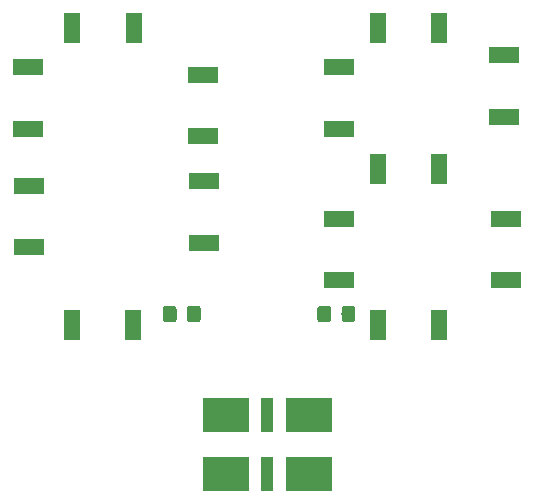
<source format=gbr>
G04 #@! TF.GenerationSoftware,KiCad,Pcbnew,5.1.4+dfsg1-1*
G04 #@! TF.CreationDate,2019-11-21T16:22:44-08:00*
G04 #@! TF.ProjectId,deutsche-bahn-sao,64657574-7363-4686-952d-6261686e2d73,rev?*
G04 #@! TF.SameCoordinates,PX70a3730PY3bf3e68*
G04 #@! TF.FileFunction,Paste,Bot*
G04 #@! TF.FilePolarity,Positive*
%FSLAX46Y46*%
G04 Gerber Fmt 4.6, Leading zero omitted, Abs format (unit mm)*
G04 Created by KiCad (PCBNEW 5.1.4+dfsg1-1) date 2019-11-21 16:22:44*
%MOMM*%
%LPD*%
G04 APERTURE LIST*
%ADD10C,0.100000*%
%ADD11C,1.150000*%
%ADD12R,1.400000X2.600000*%
%ADD13R,2.600000X1.400000*%
%ADD14R,4.000000X3.000000*%
%ADD15R,1.000000X3.000000*%
G04 APERTURE END LIST*
D10*
G36*
X38186505Y-34607204D02*
G01*
X38210773Y-34610804D01*
X38234572Y-34616765D01*
X38257671Y-34625030D01*
X38279850Y-34635520D01*
X38300893Y-34648132D01*
X38320599Y-34662747D01*
X38338777Y-34679223D01*
X38355253Y-34697401D01*
X38369868Y-34717107D01*
X38382480Y-34738150D01*
X38392970Y-34760329D01*
X38401235Y-34783428D01*
X38407196Y-34807227D01*
X38410796Y-34831495D01*
X38412000Y-34855999D01*
X38412000Y-35756001D01*
X38410796Y-35780505D01*
X38407196Y-35804773D01*
X38401235Y-35828572D01*
X38392970Y-35851671D01*
X38382480Y-35873850D01*
X38369868Y-35894893D01*
X38355253Y-35914599D01*
X38338777Y-35932777D01*
X38320599Y-35949253D01*
X38300893Y-35963868D01*
X38279850Y-35976480D01*
X38257671Y-35986970D01*
X38234572Y-35995235D01*
X38210773Y-36001196D01*
X38186505Y-36004796D01*
X38162001Y-36006000D01*
X37511999Y-36006000D01*
X37487495Y-36004796D01*
X37463227Y-36001196D01*
X37439428Y-35995235D01*
X37416329Y-35986970D01*
X37394150Y-35976480D01*
X37373107Y-35963868D01*
X37353401Y-35949253D01*
X37335223Y-35932777D01*
X37318747Y-35914599D01*
X37304132Y-35894893D01*
X37291520Y-35873850D01*
X37281030Y-35851671D01*
X37272765Y-35828572D01*
X37266804Y-35804773D01*
X37263204Y-35780505D01*
X37262000Y-35756001D01*
X37262000Y-34855999D01*
X37263204Y-34831495D01*
X37266804Y-34807227D01*
X37272765Y-34783428D01*
X37281030Y-34760329D01*
X37291520Y-34738150D01*
X37304132Y-34717107D01*
X37318747Y-34697401D01*
X37335223Y-34679223D01*
X37353401Y-34662747D01*
X37373107Y-34648132D01*
X37394150Y-34635520D01*
X37416329Y-34625030D01*
X37439428Y-34616765D01*
X37463227Y-34610804D01*
X37487495Y-34607204D01*
X37511999Y-34606000D01*
X38162001Y-34606000D01*
X38186505Y-34607204D01*
X38186505Y-34607204D01*
G37*
D11*
X37837000Y-35306000D03*
D10*
G36*
X40236505Y-34607204D02*
G01*
X40260773Y-34610804D01*
X40284572Y-34616765D01*
X40307671Y-34625030D01*
X40329850Y-34635520D01*
X40350893Y-34648132D01*
X40370599Y-34662747D01*
X40388777Y-34679223D01*
X40405253Y-34697401D01*
X40419868Y-34717107D01*
X40432480Y-34738150D01*
X40442970Y-34760329D01*
X40451235Y-34783428D01*
X40457196Y-34807227D01*
X40460796Y-34831495D01*
X40462000Y-34855999D01*
X40462000Y-35756001D01*
X40460796Y-35780505D01*
X40457196Y-35804773D01*
X40451235Y-35828572D01*
X40442970Y-35851671D01*
X40432480Y-35873850D01*
X40419868Y-35894893D01*
X40405253Y-35914599D01*
X40388777Y-35932777D01*
X40370599Y-35949253D01*
X40350893Y-35963868D01*
X40329850Y-35976480D01*
X40307671Y-35986970D01*
X40284572Y-35995235D01*
X40260773Y-36001196D01*
X40236505Y-36004796D01*
X40212001Y-36006000D01*
X39561999Y-36006000D01*
X39537495Y-36004796D01*
X39513227Y-36001196D01*
X39489428Y-35995235D01*
X39466329Y-35986970D01*
X39444150Y-35976480D01*
X39423107Y-35963868D01*
X39403401Y-35949253D01*
X39385223Y-35932777D01*
X39368747Y-35914599D01*
X39354132Y-35894893D01*
X39341520Y-35873850D01*
X39331030Y-35851671D01*
X39322765Y-35828572D01*
X39316804Y-35804773D01*
X39313204Y-35780505D01*
X39312000Y-35756001D01*
X39312000Y-34855999D01*
X39313204Y-34831495D01*
X39316804Y-34807227D01*
X39322765Y-34783428D01*
X39331030Y-34760329D01*
X39341520Y-34738150D01*
X39354132Y-34717107D01*
X39368747Y-34697401D01*
X39385223Y-34679223D01*
X39403401Y-34662747D01*
X39423107Y-34648132D01*
X39444150Y-34635520D01*
X39466329Y-34625030D01*
X39489428Y-34616765D01*
X39513227Y-34610804D01*
X39537495Y-34607204D01*
X39561999Y-34606000D01*
X40212001Y-34606000D01*
X40236505Y-34607204D01*
X40236505Y-34607204D01*
G37*
D11*
X39887000Y-35306000D03*
D12*
X42358000Y-36195000D03*
X47558000Y-36195000D03*
D13*
X39116000Y-32445000D03*
X39116000Y-27245000D03*
D12*
X16513500Y-11112500D03*
X21713500Y-11112500D03*
D13*
X27622500Y-24070000D03*
X27622500Y-29270000D03*
X53213000Y-27245000D03*
X53213000Y-32445000D03*
D12*
X47558000Y-22987000D03*
X42358000Y-22987000D03*
D13*
X27559000Y-20253000D03*
X27559000Y-15053000D03*
X39116000Y-14418000D03*
X39116000Y-19618000D03*
X53086000Y-18602000D03*
X53086000Y-13402000D03*
X12827000Y-29651000D03*
X12827000Y-24451000D03*
D12*
X42358000Y-11049000D03*
X47558000Y-11049000D03*
X16450000Y-36195000D03*
X21650000Y-36195000D03*
D10*
G36*
X27155505Y-34607204D02*
G01*
X27179773Y-34610804D01*
X27203572Y-34616765D01*
X27226671Y-34625030D01*
X27248850Y-34635520D01*
X27269893Y-34648132D01*
X27289599Y-34662747D01*
X27307777Y-34679223D01*
X27324253Y-34697401D01*
X27338868Y-34717107D01*
X27351480Y-34738150D01*
X27361970Y-34760329D01*
X27370235Y-34783428D01*
X27376196Y-34807227D01*
X27379796Y-34831495D01*
X27381000Y-34855999D01*
X27381000Y-35756001D01*
X27379796Y-35780505D01*
X27376196Y-35804773D01*
X27370235Y-35828572D01*
X27361970Y-35851671D01*
X27351480Y-35873850D01*
X27338868Y-35894893D01*
X27324253Y-35914599D01*
X27307777Y-35932777D01*
X27289599Y-35949253D01*
X27269893Y-35963868D01*
X27248850Y-35976480D01*
X27226671Y-35986970D01*
X27203572Y-35995235D01*
X27179773Y-36001196D01*
X27155505Y-36004796D01*
X27131001Y-36006000D01*
X26480999Y-36006000D01*
X26456495Y-36004796D01*
X26432227Y-36001196D01*
X26408428Y-35995235D01*
X26385329Y-35986970D01*
X26363150Y-35976480D01*
X26342107Y-35963868D01*
X26322401Y-35949253D01*
X26304223Y-35932777D01*
X26287747Y-35914599D01*
X26273132Y-35894893D01*
X26260520Y-35873850D01*
X26250030Y-35851671D01*
X26241765Y-35828572D01*
X26235804Y-35804773D01*
X26232204Y-35780505D01*
X26231000Y-35756001D01*
X26231000Y-34855999D01*
X26232204Y-34831495D01*
X26235804Y-34807227D01*
X26241765Y-34783428D01*
X26250030Y-34760329D01*
X26260520Y-34738150D01*
X26273132Y-34717107D01*
X26287747Y-34697401D01*
X26304223Y-34679223D01*
X26322401Y-34662747D01*
X26342107Y-34648132D01*
X26363150Y-34635520D01*
X26385329Y-34625030D01*
X26408428Y-34616765D01*
X26432227Y-34610804D01*
X26456495Y-34607204D01*
X26480999Y-34606000D01*
X27131001Y-34606000D01*
X27155505Y-34607204D01*
X27155505Y-34607204D01*
G37*
D11*
X26806000Y-35306000D03*
D10*
G36*
X25105505Y-34607204D02*
G01*
X25129773Y-34610804D01*
X25153572Y-34616765D01*
X25176671Y-34625030D01*
X25198850Y-34635520D01*
X25219893Y-34648132D01*
X25239599Y-34662747D01*
X25257777Y-34679223D01*
X25274253Y-34697401D01*
X25288868Y-34717107D01*
X25301480Y-34738150D01*
X25311970Y-34760329D01*
X25320235Y-34783428D01*
X25326196Y-34807227D01*
X25329796Y-34831495D01*
X25331000Y-34855999D01*
X25331000Y-35756001D01*
X25329796Y-35780505D01*
X25326196Y-35804773D01*
X25320235Y-35828572D01*
X25311970Y-35851671D01*
X25301480Y-35873850D01*
X25288868Y-35894893D01*
X25274253Y-35914599D01*
X25257777Y-35932777D01*
X25239599Y-35949253D01*
X25219893Y-35963868D01*
X25198850Y-35976480D01*
X25176671Y-35986970D01*
X25153572Y-35995235D01*
X25129773Y-36001196D01*
X25105505Y-36004796D01*
X25081001Y-36006000D01*
X24430999Y-36006000D01*
X24406495Y-36004796D01*
X24382227Y-36001196D01*
X24358428Y-35995235D01*
X24335329Y-35986970D01*
X24313150Y-35976480D01*
X24292107Y-35963868D01*
X24272401Y-35949253D01*
X24254223Y-35932777D01*
X24237747Y-35914599D01*
X24223132Y-35894893D01*
X24210520Y-35873850D01*
X24200030Y-35851671D01*
X24191765Y-35828572D01*
X24185804Y-35804773D01*
X24182204Y-35780505D01*
X24181000Y-35756001D01*
X24181000Y-34855999D01*
X24182204Y-34831495D01*
X24185804Y-34807227D01*
X24191765Y-34783428D01*
X24200030Y-34760329D01*
X24210520Y-34738150D01*
X24223132Y-34717107D01*
X24237747Y-34697401D01*
X24254223Y-34679223D01*
X24272401Y-34662747D01*
X24292107Y-34648132D01*
X24313150Y-34635520D01*
X24335329Y-34625030D01*
X24358428Y-34616765D01*
X24382227Y-34610804D01*
X24406495Y-34607204D01*
X24430999Y-34606000D01*
X25081001Y-34606000D01*
X25105505Y-34607204D01*
X25105505Y-34607204D01*
G37*
D11*
X24756000Y-35306000D03*
D14*
X29480000Y-48875000D03*
X29480000Y-43835000D03*
D15*
X33020000Y-48875000D03*
X33020000Y-43835000D03*
D14*
X36560000Y-48875000D03*
X36560000Y-43835000D03*
D13*
X12763500Y-14418000D03*
X12763500Y-19618000D03*
M02*

</source>
